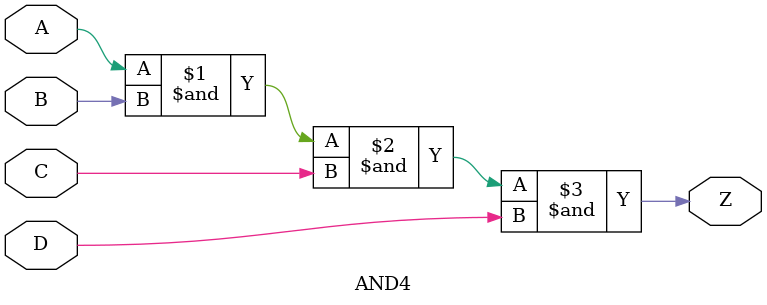
<source format=v>
`resetall
`timescale 1 ns / 100 ps

`celldefine

module  AND4  (A, B, C, D, Z);
  input A, B, C, D ;
  output Z;

  and (Z, A, B, C, D);


endmodule 

`endcelldefine

</source>
